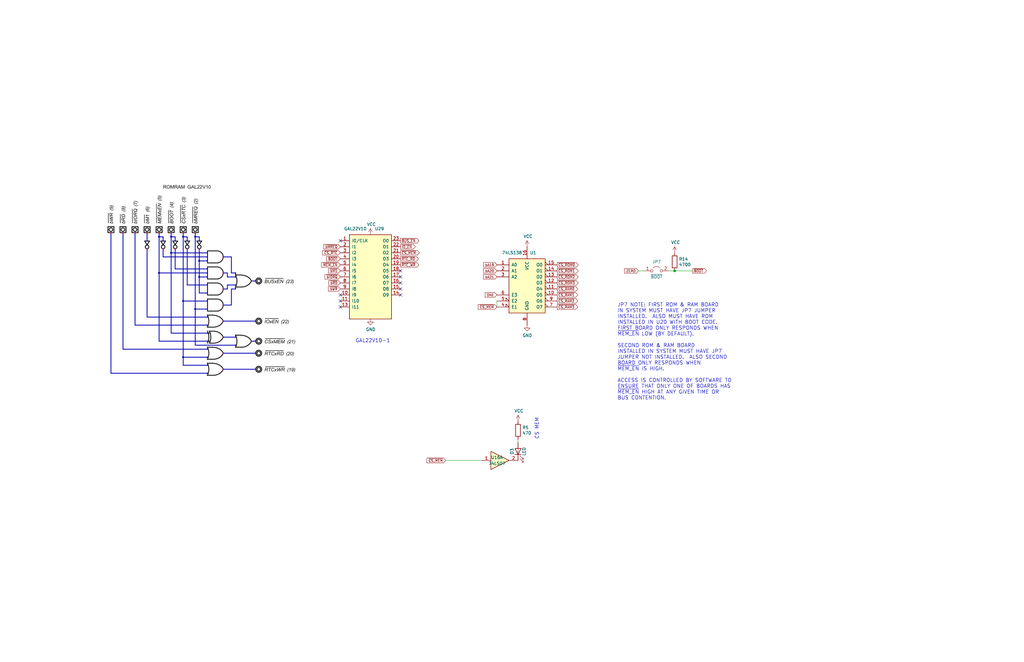
<source format=kicad_sch>
(kicad_sch (version 20211123) (generator eeschema)
  (paper "B")
  (lib_symbols
    (symbol "74xx:74LS07" (pin_names (offset 1.016))
      (property "Reference" "U" (at 0 1.27 0))
      (property "Value" "74LS07" (at 0 -1.27 0))
      (symbol "74LS07_1_0"
        (polyline (pts (xy -3.81 3.81) (xy -3.81 -3.81) (xy 3.81 0) (xy -3.81 3.81)) (stroke (width 0.254)) (fill (type background)))
        (pin input line (at -7.62 0 0) (length 3.81) (name "~") (number "1"))
        (pin open_collector line (at 7.62 0 180) (length 3.81) (name "~") (number "2"))
      )
      (symbol "74LS07_2_0"
        (polyline (pts (xy -3.81 3.81) (xy -3.81 -3.81) (xy 3.81 0) (xy -3.81 3.81)) (stroke (width 0.254)) (fill (type background)))
        (pin input line (at -7.62 0 0) (length 3.81) (name "~") (number "3"))
        (pin open_collector line (at 7.62 0 180) (length 3.81) (name "~") (number "4"))
      )
      (symbol "74LS07_3_0"
        (polyline (pts (xy -3.81 3.81) (xy -3.81 -3.81) (xy 3.81 0) (xy -3.81 3.81)) (stroke (width 0.254)) (fill (type background)))
        (pin input line (at -7.62 0 0) (length 3.81) (name "~") (number "5"))
        (pin open_collector line (at 7.62 0 180) (length 3.81) (name "~") (number "6"))
      )
      (symbol "74LS07_4_0"
        (polyline (pts (xy -3.81 3.81) (xy -3.81 -3.81) (xy 3.81 0) (xy -3.81 3.81)) (stroke (width 0.254)) (fill (type background)))
        (pin open_collector line (at 7.62 0 180) (length 3.81) (name "~") (number "8"))
        (pin input line (at -7.62 0 0) (length 3.81) (name "~") (number "9"))
      )
      (symbol "74LS07_5_0"
        (polyline (pts (xy -3.81 3.81) (xy -3.81 -3.81) (xy 3.81 0) (xy -3.81 3.81)) (stroke (width 0.254)) (fill (type background)))
        (pin open_collector line (at 7.62 0 180) (length 3.81) (name "~") (number "10"))
        (pin input line (at -7.62 0 0) (length 3.81) (name "~") (number "11"))
      )
      (symbol "74LS07_6_0"
        (polyline (pts (xy -3.81 3.81) (xy -3.81 -3.81) (xy 3.81 0) (xy -3.81 3.81)) (stroke (width 0.254)) (fill (type background)))
        (pin open_collector line (at 7.62 0 180) (length 3.81) (name "~") (number "12"))
        (pin input line (at -7.62 0 0) (length 3.81) (name "~") (number "13"))
      )
      (symbol "74LS07_7_0"
        (pin power_in line (at 0 12.7 270) (length 5.08) (name "VCC") (number "14"))
        (pin power_in line (at 0 -12.7 90) (length 5.08) (name "GND") (number "7"))
      )
      (symbol "74LS07_7_1"
        (rectangle (start -5.08 7.62) (end 5.08 -7.62) (stroke (width 0.254)) (fill (type background)))
      )
    )
    (symbol "74xx:74LS138" (pin_names (offset 1.016))
      (property "Reference" "U" (at -7.62 11.43 0))
      (property "Value" "74LS138" (at -7.62 -13.97 0))
      (symbol "74LS138_1_0"
        (pin input line (at -12.7 7.62 0) (length 5.08) (name "A0") (number "1"))
        (pin output output_low (at 12.7 -5.08 180) (length 5.08) (name "O5") (number "10"))
        (pin output output_low (at 12.7 -2.54 180) (length 5.08) (name "O4") (number "11"))
        (pin output output_low (at 12.7 0 180) (length 5.08) (name "O3") (number "12"))
        (pin output output_low (at 12.7 2.54 180) (length 5.08) (name "O2") (number "13"))
        (pin output output_low (at 12.7 5.08 180) (length 5.08) (name "O1") (number "14"))
        (pin output output_low (at 12.7 7.62 180) (length 5.08) (name "O0") (number "15"))
        (pin power_in line (at 0 15.24 270) (length 5.08) (name "VCC") (number "16"))
        (pin input line (at -12.7 5.08 0) (length 5.08) (name "A1") (number "2"))
        (pin input line (at -12.7 2.54 0) (length 5.08) (name "A2") (number "3"))
        (pin input input_low (at -12.7 -10.16 0) (length 5.08) (name "E1") (number "4"))
        (pin input input_low (at -12.7 -7.62 0) (length 5.08) (name "E2") (number "5"))
        (pin input line (at -12.7 -5.08 0) (length 5.08) (name "E3") (number "6"))
        (pin output output_low (at 12.7 -10.16 180) (length 5.08) (name "O7") (number "7"))
        (pin power_in line (at 0 -17.78 90) (length 5.08) (name "GND") (number "8"))
        (pin output output_low (at 12.7 -7.62 180) (length 5.08) (name "O6") (number "9"))
      )
      (symbol "74LS138_1_1"
        (rectangle (start -7.62 10.16) (end 7.62 -12.7) (stroke (width 0.254)) (fill (type background)))
      )
    )
    (symbol "Device:LED" (pin_numbers hide) (pin_names (offset 1.016) hide)
      (property "Reference" "D" (at 0 2.54 0))
      (property "Value" "LED" (at 0 -2.54 0))
      (symbol "LED_0_1"
        (polyline (pts (xy -1.27 -1.27) (xy -1.27 1.27)) (stroke (width 0.254)))
        (polyline (pts (xy -1.27 0) (xy 1.27 0)))
        (polyline (pts (xy 1.27 -1.27) (xy 1.27 1.27) (xy -1.27 0) (xy 1.27 -1.27)) (stroke (width 0.254)))
        (polyline (pts (xy -3.048 -0.762) (xy -4.572 -2.286) (xy -3.81 -2.286) (xy -4.572 -2.286) (xy -4.572 -1.524)))
        (polyline (pts (xy -1.778 -0.762) (xy -3.302 -2.286) (xy -2.54 -2.286) (xy -3.302 -2.286) (xy -3.302 -1.524)))
      )
      (symbol "LED_1_1"
        (pin passive line (at -3.81 0 0) (length 2.54) (name "K") (number "1"))
        (pin passive line (at 3.81 0 180) (length 2.54) (name "A") (number "2"))
      )
    )
    (symbol "Device:R" (pin_numbers hide) (pin_names (offset 0))
      (property "Reference" "R" (at 2.032 0 90))
      (property "Value" "R" (at 0 0 90))
      (symbol "R_0_1"
        (rectangle (start -1.016 -2.54) (end 1.016 2.54) (stroke (width 0.254)))
      )
      (symbol "R_1_1"
        (pin passive line (at 0 3.81 270) (length 1.27) (name "~") (number "1"))
        (pin passive line (at 0 -3.81 90) (length 1.27) (name "~") (number "2"))
      )
    )
    (symbol "GAL22V10:GAL22V10" (pin_names (offset 1.016))
      (property "Reference" "U" (at -8.89 19.05 0))
      (property "Value" "GAL22V10" (at -1.27 19.05 0))
      (symbol "GAL22V10_0_1"
        (rectangle (start -8.89 -17.78) (end 8.89 17.78) (stroke (width 0.254)) (fill (type background)))
      )
      (symbol "GAL22V10_1_1"
        (pin input line (at -12.7 15.24 0) (length 3.81) (name "I0/CLK") (number "1"))
        (pin input line (at -12.7 -7.62 0) (length 3.81) (name "I9") (number "10"))
        (pin input line (at -12.7 -10.16 0) (length 3.81) (name "I10") (number "11"))
        (pin power_in line (at 0 -17.78 90) (length 0) hide (name "GND") (number "12"))
        (pin input line (at -12.7 -12.7 0) (length 3.81) (name "I11") (number "13"))
        (pin output line (at 12.7 -7.62 180) (length 3.81) (name "O9") (number "14"))
        (pin output line (at 12.7 -5.08 180) (length 3.81) (name "O8") (number "15"))
        (pin output line (at 12.7 -2.54 180) (length 3.81) (name "O7") (number "16"))
        (pin output line (at 12.7 0 180) (length 3.81) (name "O6") (number "17"))
        (pin output line (at 12.7 2.54 180) (length 3.81) (name "O5") (number "18"))
        (pin output line (at 12.7 5.08 180) (length 3.81) (name "O4") (number "19"))
        (pin input line (at -12.7 12.7 0) (length 3.81) (name "I1") (number "2"))
        (pin output line (at 12.7 7.62 180) (length 3.81) (name "O3") (number "20"))
        (pin output line (at 12.7 10.16 180) (length 3.81) (name "O2") (number "21"))
        (pin output line (at 12.7 12.7 180) (length 3.81) (name "O1") (number "22"))
        (pin output line (at 12.7 15.24 180) (length 3.81) (name "O0") (number "23"))
        (pin power_in line (at 0 17.78 270) (length 0) hide (name "VCC") (number "24"))
        (pin input line (at -12.7 10.16 0) (length 3.81) (name "I2") (number "3"))
        (pin input line (at -12.7 7.62 0) (length 3.81) (name "I3") (number "4"))
        (pin input line (at -12.7 5.08 0) (length 3.81) (name "I4") (number "5"))
        (pin input line (at -12.7 2.54 0) (length 3.81) (name "I5") (number "6"))
        (pin input line (at -12.7 0 0) (length 3.81) (name "I6") (number "7"))
        (pin input line (at -12.7 -2.54 0) (length 3.81) (name "I7") (number "8"))
        (pin input line (at -12.7 -5.08 0) (length 3.81) (name "I8") (number "9"))
      )
    )
    (symbol "Jumper:Jumper_2_Open" (pin_names (offset 0) hide)
      (property "Reference" "JP" (at 0 2.794 0))
      (property "Value" "Jumper_2_Open" (at 0 -2.286 0))
      (symbol "Jumper_2_Open_0_0"
        (circle (center -2.032 0) (radius 0.508))
        (circle (center 2.032 0) (radius 0.508))
      )
      (symbol "Jumper_2_Open_0_1"
        (arc (start 1.524 1.27) (mid 0 1.778) (end -1.524 1.27))
      )
      (symbol "Jumper_2_Open_1_1"
        (pin passive line (at -5.08 0 0) (length 2.54) (name "A") (number "1"))
        (pin passive line (at 5.08 0 180) (length 2.54) (name "B") (number "2"))
      )
    )
    (symbol "power:GND" (power) (pin_names (offset 0))
      (property "Value" "GND" (at 0 -3.81 0))
      (symbol "GND_0_1"
        (polyline (pts (xy 0 0) (xy 0 -1.27) (xy 1.27 -1.27) (xy 0 -2.54) (xy -1.27 -1.27) (xy 0 -1.27)))
      )
      (symbol "GND_1_1"
        (pin power_in line (at 0 0 270) (length 0) hide (name "GND") (number "1"))
      )
    )
    (symbol "power:VCC" (power) (pin_names (offset 0))
      (property "Value" "VCC" (at 0 3.81 0))
      (symbol "VCC_0_1"
        (polyline (pts (xy -0.762 1.27) (xy 0 2.54)))
        (polyline (pts (xy 0 0) (xy 0 2.54)))
        (polyline (pts (xy 0 2.54) (xy 0.762 1.27)))
      )
      (symbol "VCC_1_1"
        (pin power_in line (at 0 0 90) (length 0) hide (name "VCC") (number "1"))
      )
    )
  )
  (junction (at 284.48 114.3))
  (no_connect (at 168.91 121.92))
  (no_connect (at 168.91 116.84))
  (no_connect (at 168.91 114.3))
  (no_connect (at 143.51 124.46))
  (no_connect (at 143.51 129.54))
  (no_connect (at 168.91 119.38))
  (no_connect (at 143.51 127))
  (no_connect (at 168.91 124.46))
  (no_connect (at 143.51 101.6))
  (wire (pts (xy 209.55 127) (xy 209.55 129.54)))
  (wire (pts (xy 281.94 114.3) (xy 284.48 114.3)))
  (wire (pts (xy 218.44 186.69) (xy 218.44 185.42)))
  (wire (pts (xy 284.48 114.3) (xy 292.1 114.3)))
  (wire (pts (xy 269.24 114.3) (xy 271.78 114.3)))
  (wire (pts (xy 187.96 194.31) (xy 203.2 194.31)))
  (image (at 85.09 118.11))
  (text "GAL22V10-1" (at 149.86 144.78 0) (effects (font (size 1.524 1.524)) (justify left bottom)))
  (text "JP7 NOTE: FIRST ROM & RAM BOARD\nIN SYSTEM MUST HAVE JP7 JUMPER\nINSTALLED.  ALSO MUST HAVE ROM\nINSTALLED IN U20 WITH BOOT CODE.\nFIRST BOARD ONLY RESPONDS WHEN\n~{MEM_EN} LOW (BY DEFAULT).\n\nSECOND ROM & RAM BOARD\nINSTALLED IN SYSTEM MUST HAVE JP7\nJUMPER NOT INSTALLED.  ALSO SECOND\nBOARD ONLY RESPONDS WHEN\n~{MEM_EN} IS HIGH.\n\nACCESS IS CONTROLLED BY SOFTWARE TO\nENSURE THAT ONLY ONE OF BOARDS HAS\n~{MEM_EN} HIGH AT ANY GIVEN TIME OR \nBUS CONTENTION." (at 260.35 168.91 0) (effects (font (size 1.524 1.524)) (justify left bottom)))
  (text "CS MEM" (at 227.33 185.42 90) (effects (font (size 1.524 1.524)) (justify left bottom)))
  (global_label "~{bIORQ}" (shape input) (at 143.51 116.84 180) (effects (font (size 1.016 1.016))) (property "Intersheet References" "${INTERSHEET_REFS}" (effects hide)))
  (global_label "ONE" (shape input) (at 209.55 124.46 180) (effects (font (size 1.016 1.016))) (property "Intersheet References" "${INTERSHEET_REFS}" (effects hide)))
  (global_label "ZERO" (shape input) (at 269.24 114.3 180) (effects (font (size 1.016 1.016))) (property "Intersheet References" "${INTERSHEET_REFS}" (effects hide)))
  (global_label "~{IO_EN}" (shape output) (at 168.91 104.14 0) (effects (font (size 1.016 1.016))) (property "Intersheet References" "${INTERSHEET_REFS}" (effects hide)))
  (global_label "~{CS_ROM3}" (shape output) (at 234.95 119.38 0) (effects (font (size 1.016 1.016))) (property "Intersheet References" "${INTERSHEET_REFS}" (effects hide)))
  (global_label "bA20" (shape input) (at 209.55 114.3 180) (effects (font (size 1.016 1.016))) (property "Intersheet References" "${INTERSHEET_REFS}" (effects hide)))
  (global_label "~{CS_RAM3}" (shape output) (at 234.95 129.54 0) (effects (font (size 1.016 1.016))) (property "Intersheet References" "${INTERSHEET_REFS}" (effects hide)))
  (global_label "~{CS_MEM}" (shape input) (at 209.55 129.54 180) (effects (font (size 1.016 1.016))) (property "Intersheet References" "${INTERSHEET_REFS}" (effects hide)))
  (global_label "bA21" (shape input) (at 209.55 116.84 180) (effects (font (size 1.016 1.016))) (property "Intersheet References" "${INTERSHEET_REFS}" (effects hide)))
  (global_label "~{MEM_EN}" (shape input) (at 143.51 111.76 180) (effects (font (size 1.016 1.016))) (property "Intersheet References" "${INTERSHEET_REFS}" (effects hide)))
  (global_label "~{bMREQ}" (shape input) (at 143.51 104.14 180) (effects (font (size 1.016 1.016))) (property "Intersheet References" "${INTERSHEET_REFS}" (effects hide)))
  (global_label "~{CS_RTC}" (shape input) (at 143.51 106.68 180) (effects (font (size 1.016 1.016))) (property "Intersheet References" "${INTERSHEET_REFS}" (effects hide)))
  (global_label "~{CS_MEM}" (shape input) (at 187.96 194.31 180) (effects (font (size 1.016 1.016))) (property "Intersheet References" "${INTERSHEET_REFS}" (effects hide)))
  (global_label "~{CS_ROM2}" (shape output) (at 234.95 116.84 0) (effects (font (size 1.016 1.016))) (property "Intersheet References" "${INTERSHEET_REFS}" (effects hide)))
  (global_label "~{CS_RAM2}" (shape output) (at 234.95 127 0) (effects (font (size 1.016 1.016))) (property "Intersheet References" "${INTERSHEET_REFS}" (effects hide)))
  (global_label "~{bM1}" (shape input) (at 143.51 114.3 180) (effects (font (size 1.016 1.016))) (property "Intersheet References" "${INTERSHEET_REFS}" (effects hide)))
  (global_label "~{CS_RAM1}" (shape output) (at 234.95 124.46 0) (effects (font (size 1.016 1.016))) (property "Intersheet References" "${INTERSHEET_REFS}" (effects hide)))
  (global_label "~{CS_ROM1}" (shape output) (at 234.95 114.3 0) (effects (font (size 1.016 1.016))) (property "Intersheet References" "${INTERSHEET_REFS}" (effects hide)))
  (global_label "~{BOOT}" (shape output) (at 292.1 114.3 0) (effects (font (size 1.016 1.016))) (property "Intersheet References" "${INTERSHEET_REFS}" (effects hide)))
  (global_label "~{BUS_EN}" (shape output) (at 168.91 101.6 0) (effects (font (size 1.016 1.016))) (property "Intersheet References" "${INTERSHEET_REFS}" (effects hide)))
  (global_label "~{BOOT}" (shape input) (at 143.51 109.22 180) (effects (font (size 1.016 1.016))) (property "Intersheet References" "${INTERSHEET_REFS}" (effects hide)))
  (global_label "~{bWR}" (shape input) (at 143.51 121.92 180) (effects (font (size 1.016 1.016))) (property "Intersheet References" "${INTERSHEET_REFS}" (effects hide)))
  (global_label "~{CS_ROM0}" (shape output) (at 234.95 111.76 0) (effects (font (size 1.016 1.016))) (property "Intersheet References" "${INTERSHEET_REFS}" (effects hide)))
  (global_label "~{bRD}" (shape input) (at 143.51 119.38 180) (effects (font (size 1.016 1.016))) (property "Intersheet References" "${INTERSHEET_REFS}" (effects hide)))
  (global_label "~{CS_RAM0}" (shape output) (at 234.95 121.92 0) (effects (font (size 1.016 1.016))) (property "Intersheet References" "${INTERSHEET_REFS}" (effects hide)))
  (global_label "~{CS_MEM}" (shape output) (at 168.91 106.68 0) (effects (font (size 1.016 1.016))) (property "Intersheet References" "${INTERSHEET_REFS}" (effects hide)))
  (global_label "~{RTC_RD}" (shape output) (at 168.91 109.22 0) (effects (font (size 1.016 1.016))) (property "Intersheet References" "${INTERSHEET_REFS}" (effects hide)))
  (global_label "~{RTC_WR}" (shape output) (at 168.91 111.76 0) (effects (font (size 1.016 1.016))) (property "Intersheet References" "${INTERSHEET_REFS}" (effects hide)))
  (global_label "bA19" (shape input) (at 209.55 111.76 180) (effects (font (size 1.016 1.016))) (property "Intersheet References" "${INTERSHEET_REFS}" (effects hide)))
  (symbol (lib_id "power:VCC") (at 156.21 99.06 0) (unit 1)
    (property "Reference" "#PWR029" (effects hide))
    (property "Value" "VCC" (at 156.591 94.6658 0))
  )
  (symbol (lib_id "power:GND") (at 156.21 134.62 0) (unit 1)
    (property "Reference" "#PWR033" (effects hide))
    (property "Value" "GND" (at 156.337 139.0142 0))
  )
  (symbol (lib_id "74xx:74LS138") (at 222.25 119.38 0) (unit 1)
    (property "Reference" "U1" (at 224.79 106.68 0))
    (property "Value" "74LS138" (at 215.9 106.68 0))
    (property "Footprint" "Package_DIP:DIP-16_W7.62mm" (effects hide))
    (property "Datasheet" "http://www.ti.com/lit/gpn/sn74LS138" (effects hide))
  )
  (symbol (lib_id "power:GND") (at 222.25 137.16 0) (unit 1)
    (property "Reference" "#PWR019" (effects hide))
    (property "Value" "GND" (at 222.377 141.5542 0))
  )
  (symbol (lib_id "power:VCC") (at 222.25 104.14 0) (unit 1)
    (property "Reference" "#PWR016" (effects hide))
    (property "Value" "VCC" (at 222.631 99.7458 0))
  )
  (symbol (lib_id "Device:LED") (at 218.44 190.5 90) (unit 1)
    (property "Reference" "D3" (at 215.9 190.5 0))
    (property "Value" "LED" (at 220.98 190.5 0))
    (property "Footprint" "LED_THT:LED_D3.0mm_Horizontal_O3.81mm_Z2.0mm" (effects hide))
  )
  (symbol (lib_id "74xx:74LS07") (at 210.82 194.31 0) (unit 1)
    (property "Reference" "U16" (at 209.55 193.04 0))
    (property "Value" "74LS07" (at 209.55 195.58 0))
    (property "Footprint" "Package_DIP:DIP-14_W7.62mm" (effects hide))
    (property "Datasheet" "www.ti.com/lit/ds/symlink/sn74ls07.pdf" (effects hide))
  )
  (symbol (lib_id "power:VCC") (at 218.44 177.8 0) (unit 1)
    (property "Reference" "#PWR0109" (effects hide))
    (property "Value" "VCC" (at 218.821 173.4058 0))
  )
  (symbol (lib_id "Device:R") (at 218.44 181.61 0) (unit 1)
    (property "Reference" "R5" (at 220.218 180.4416 0) (effects (justify left)))
    (property "Value" "470" (at 220.218 182.753 0) (effects (justify left)))
    (property "Footprint" "Resistor_THT:R_Axial_DIN0207_L6.3mm_D2.5mm_P7.62mm_Horizontal" (effects hide))
  )
  (symbol (lib_id "Jumper:Jumper_2_Open") (at 276.86 114.3 0) (unit 1)
    (property "Reference" "JP7" (at 276.86 110.49 0))
    (property "Value" "~{BOOT}" (at 276.86 116.84 0))
    (property "Footprint" "Connector_PinHeader_2.54mm:PinHeader_1x02_P2.54mm_Horizontal" (effects hide))
  )
  (symbol (lib_id "Device:R") (at 284.48 110.49 0) (unit 1)
    (property "Reference" "R14" (at 286.258 109.3216 0) (effects (justify left)))
    (property "Value" "4700" (at 286.258 111.633 0) (effects (justify left)))
    (property "Footprint" "Resistor_THT:R_Axial_DIN0207_L6.3mm_D2.5mm_P7.62mm_Horizontal" (effects hide))
  )
  (symbol (lib_id "power:VCC") (at 284.48 106.68 0) (unit 1)
    (property "Reference" "#PWR07" (effects hide))
    (property "Value" "VCC" (at 284.861 102.2858 0))
  )
  (symbol (lib_id "GAL22V10:GAL22V10") (at 156.21 116.84 0) (unit 1)
    (property "Reference" "U29" (at 160.02 96.52 0))
    (property "Value" "GAL22V10" (at 149.86 96.52 0))
    (property "Footprint" "Package_DIP:DIP-24_W7.62mm" (effects hide))
  )
)
</source>
